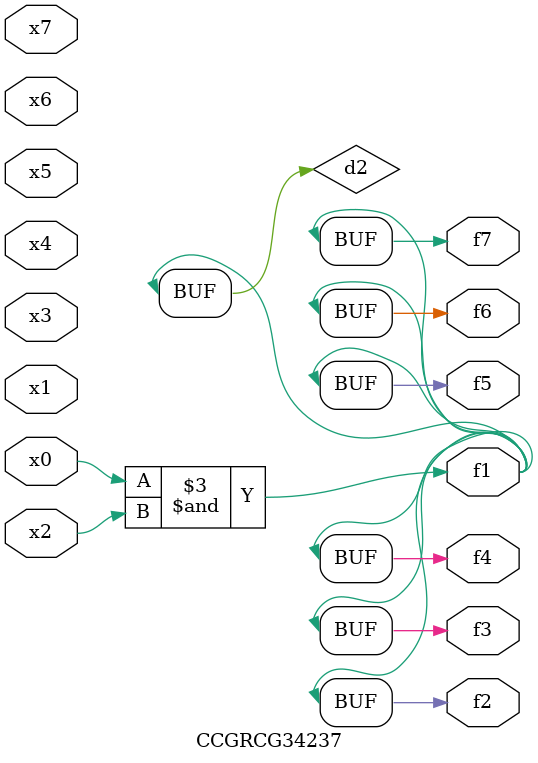
<source format=v>
module CCGRCG34237(
	input x0, x1, x2, x3, x4, x5, x6, x7,
	output f1, f2, f3, f4, f5, f6, f7
);

	wire d1, d2;

	nor (d1, x3, x6);
	and (d2, x0, x2);
	assign f1 = d2;
	assign f2 = d2;
	assign f3 = d2;
	assign f4 = d2;
	assign f5 = d2;
	assign f6 = d2;
	assign f7 = d2;
endmodule

</source>
